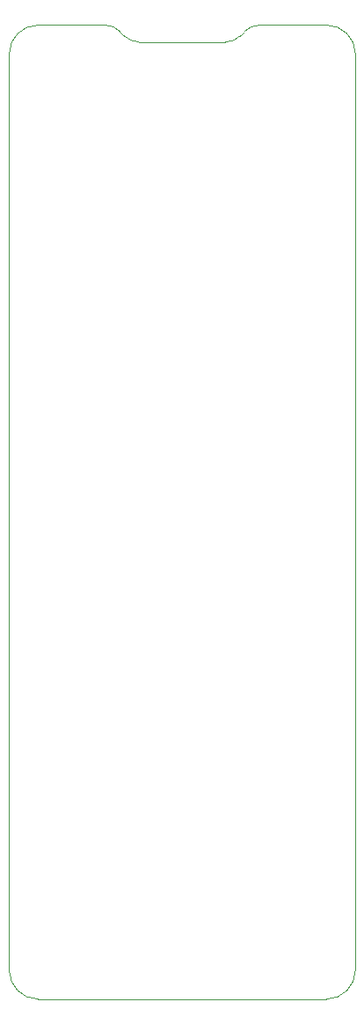
<source format=gbr>
%TF.GenerationSoftware,KiCad,Pcbnew,7.0.6*%
%TF.CreationDate,2024-05-23T09:50:57-04:00*%
%TF.ProjectId,ActiveImpactor_Control,41637469-7665-4496-9d70-6163746f725f,rev?*%
%TF.SameCoordinates,Original*%
%TF.FileFunction,Profile,NP*%
%FSLAX46Y46*%
G04 Gerber Fmt 4.6, Leading zero omitted, Abs format (unit mm)*
G04 Created by KiCad (PCBNEW 7.0.6) date 2024-05-23 09:50:57*
%MOMM*%
%LPD*%
G01*
G04 APERTURE LIST*
%TA.AperFunction,Profile*%
%ADD10C,0.100000*%
%TD*%
G04 APERTURE END LIST*
D10*
X13890500Y-46831500D02*
G75*
G03*
X16669000Y-44053000I0J2778500D01*
G01*
X-6011939Y46231862D02*
G75*
G03*
X-7439870Y46831500I-1427931J-1400363D01*
G01*
X-16669000Y44053000D02*
X-16669000Y-44053000D01*
X5588061Y45799639D02*
X6011939Y46231862D01*
X7439870Y46831500D02*
G75*
G03*
X6011939Y46231862I0J-2000000D01*
G01*
X16669000Y44053000D02*
G75*
G03*
X13890500Y46831500I-2778500J0D01*
G01*
X-13890500Y-46831500D02*
X13890500Y-46831500D01*
X-13890500Y46831500D02*
X-7439870Y46831500D01*
X16669000Y44053000D02*
X16669000Y-44053000D01*
X7439870Y46831500D02*
X13890500Y46831500D01*
X4160130Y45200000D02*
X-4160130Y45200000D01*
X4160130Y45200004D02*
G75*
G03*
X5588061Y45799639I0J2000006D01*
G01*
X-6011939Y46231862D02*
X-5588061Y45799639D01*
X-5588061Y45799639D02*
G75*
G03*
X-4160130Y45200000I1427930J1400358D01*
G01*
X-16669000Y-44053000D02*
G75*
G03*
X-13890500Y-46831500I2778501J1D01*
G01*
X-13890500Y46831500D02*
G75*
G03*
X-16669000Y44053000I1J-2778501D01*
G01*
M02*

</source>
